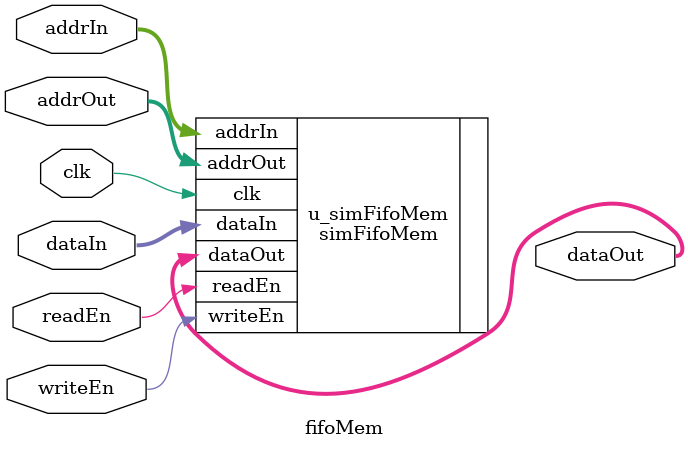
<source format=v>
`timescale 1ns / 1ps

module fifoMem(  addrIn, addrOut, clk, dataIn, writeEn, readEn, dataOut);
  //FIFO_DEPTH = ADDR_WIDTH^2
  parameter FIFO_WIDTH = 8;
  parameter FIFO_DEPTH = 64; 
  parameter ADDR_WIDTH = 6;   
  
input clk;
input [FIFO_WIDTH-1:0] dataIn;
output [FIFO_WIDTH-1:0] dataOut;
input writeEn;
input readEn;
input [ADDR_WIDTH-1:0] addrIn;
input [ADDR_WIDTH-1:0] addrOut;

wire clk;
wire [FIFO_WIDTH-1:0] dataIn;
wire [FIFO_WIDTH-1:0] dataOut;
wire writeEn;
wire readEn;
wire [ADDR_WIDTH-1:0] addrIn;
wire [ADDR_WIDTH-1:0] addrOut;


/* generic_dpram #(ADDR_WIDTH, FIFO_WIDTH) u_generic_dpram(
  // Generic synchronous dual-port RAM interface
  .rclk(clk), 
  .rrst(1'b0), 
  .rce(1'b1), 
  .oe(readEn), 
  .raddr(addrOut), 
  .do(dataOut),
  .wclk(clk), 
  .wrst(1'b0), 
  .wce(1'b1),
  .we(writeEn), 
  .waddr(addrIn), 
  .di(dataIn)
); */


 simFifoMem #(FIFO_WIDTH, FIFO_DEPTH, ADDR_WIDTH)  u_simFifoMem (
  .addrIn(addrIn),
  .addrOut(addrOut),
  .clk(clk),
  .dataIn(dataIn),
  .writeEn(writeEn),
  .readEn(readEn),
  .dataOut(dataOut));  

endmodule
</source>
